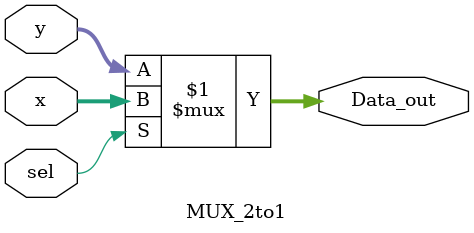
<source format=v>
module MUX_2to1
#(
	parameter DATA_WIDTH = 32
	
 )
	
(
	 input  [DATA_WIDTH-1:0] 	  x, y,
    input  								sel,
    output [DATA_WIDTH-1:0] Data_out
	 
);
	  
	 assign Data_out = sel ? x:y;
	 
endmodule

</source>
